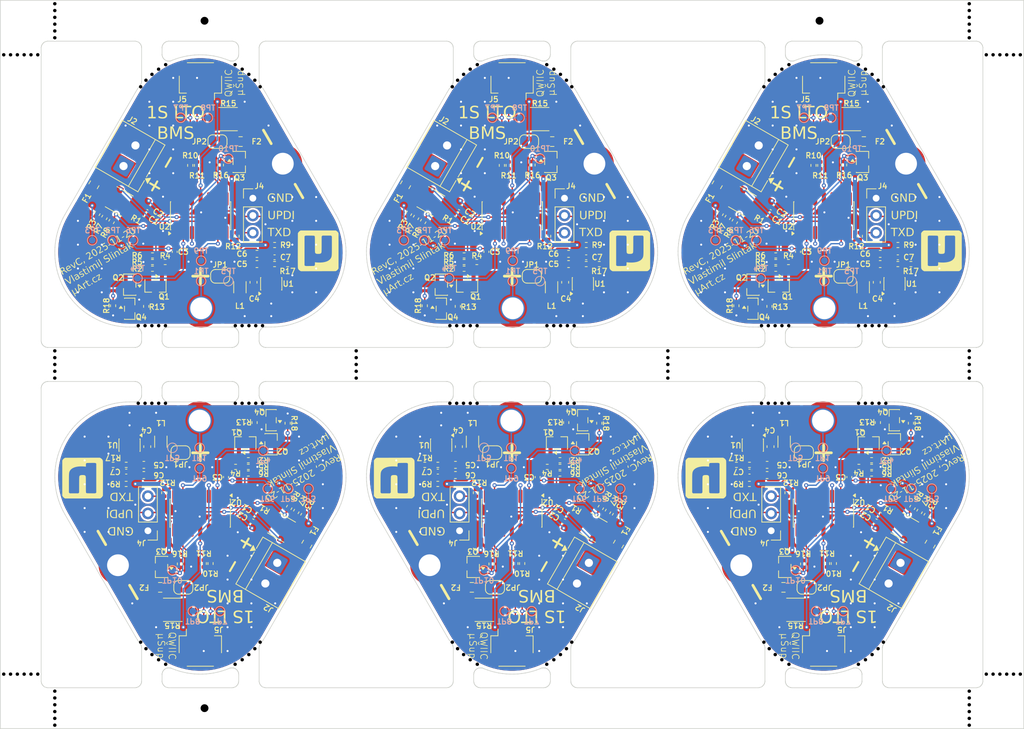
<source format=kicad_pcb>
(kicad_pcb
	(version 20241229)
	(generator "pcbnew")
	(generator_version "9.0")
	(general
		(thickness 1.09)
		(legacy_teardrops no)
	)
	(paper "A4")
	(title_block
		(title "LTO Battery Management System")
		(date "2025-11-20")
		(rev "C")
		(company "µArt.cz")
		(comment 1 "Vlastimil Slinták")
	)
	(layers
		(0 "F.Cu" signal)
		(2 "B.Cu" signal)
		(9 "F.Adhes" user "F.Adhesive")
		(11 "B.Adhes" user "B.Adhesive")
		(13 "F.Paste" user)
		(15 "B.Paste" user)
		(5 "F.SilkS" user "F.Silkscreen")
		(7 "B.SilkS" user "B.Silkscreen")
		(1 "F.Mask" user)
		(3 "B.Mask" user)
		(17 "Dwgs.User" user "User.Drawings")
		(19 "Cmts.User" user "User.Comments")
		(21 "Eco1.User" user "User.Eco1")
		(23 "Eco2.User" user "User.Eco2")
		(25 "Edge.Cuts" user)
		(27 "Margin" user)
		(31 "F.CrtYd" user "F.Courtyard")
		(29 "B.CrtYd" user "B.Courtyard")
		(35 "F.Fab" user)
		(33 "B.Fab" user)
		(39 "User.1" user)
		(41 "User.2" user)
		(43 "User.3" user)
		(45 "User.4" user)
		(47 "User.5" user)
		(49 "User.6" user)
		(51 "User.7" user)
		(53 "User.8" user)
		(55 "User.9" user)
	)
	(setup
		(stackup
			(layer "F.SilkS"
				(type "Top Silk Screen")
			)
			(layer "F.Paste"
				(type "Top Solder Paste")
			)
			(layer "F.Mask"
				(type "Top Solder Mask")
				(thickness 0.01)
			)
			(layer "F.Cu"
				(type "copper")
				(thickness 0.035)
			)
			(layer "dielectric 1"
				(type "core")
				(thickness 1)
				(material "FR4")
				(epsilon_r 4.5)
				(loss_tangent 0.02)
			)
			(layer "B.Cu"
				(type "copper")
				(thickness 0.035)
			)
			(layer "B.Mask"
				(type "Bottom Solder Mask")
				(thickness 0.01)
			)
			(layer "B.Paste"
				(type "Bottom Solder Paste")
			)
			(layer "B.SilkS"
				(type "Bottom Silk Screen")
			)
			(copper_finish "None")
			(dielectric_constraints no)
		)
		(pad_to_mask_clearance 0)
		(allow_soldermask_bridges_in_footprints no)
		(tenting front back)
		(aux_axis_origin 73.323913 20)
		(grid_origin 73.323913 20)
		(pcbplotparams
			(layerselection 0x00000000_00000000_55555555_5755f5ff)
			(plot_on_all_layers_selection 0x00000000_00000000_00000000_00000000)
			(disableapertmacros no)
			(usegerberextensions no)
			(usegerberattributes yes)
			(usegerberadvancedattributes yes)
			(creategerberjobfile yes)
			(dashed_line_dash_ratio 12.000000)
			(dashed_line_gap_ratio 3.000000)
			(svgprecision 4)
			(plotframeref no)
			(mode 1)
			(useauxorigin no)
			(hpglpennumber 1)
			(hpglpenspeed 20)
			(hpglpendiameter 15.000000)
			(pdf_front_fp_property_popups yes)
			(pdf_back_fp_property_popups yes)
			(pdf_metadata yes)
			(pdf_single_document no)
			(dxfpolygonmode yes)
			(dxfimperialunits yes)
			(dxfusepcbnewfont yes)
			(psnegative no)
			(psa4output no)
			(plot_black_and_white yes)
			(sketchpadsonfab no)
			(plotpadnumbers no)
			(hidednponfab no)
			(sketchdnponfab yes)
			(crossoutdnponfab yes)
			(subtractmaskfromsilk no)
			(outputformat 1)
			(mirror no)
			(drillshape 1)
			(scaleselection 1)
			(outputdirectory "")
		)
	)
	(net 0 "")
	(net 1 "Board_0-+BATT")
	(net 2 "Board_0-3V3CUTOFF")
	(net 3 "Board_0-ADC_BATT")
	(net 4 "Board_0-ADC_LN")
	(net 5 "Board_0-ADC_LOAD")
	(net 6 "Board_0-ADC_LP")
	(net 7 "Board_0-ADC_SP")
	(net 8 "Board_0-CUTOFF")
	(net 9 "Board_0-GND")
	(net 10 "Board_0-Net-(J2-Pin_1)")
	(net 11 "Board_0-Net-(J5-Pin_2)")
	(net 12 "Board_0-Net-(J5-Pin_3)")
	(net 13 "Board_0-Net-(J5-Pin_4)")
	(net 14 "Board_0-Net-(JP1-A)")
	(net 15 "Board_0-Net-(JP2-A)")
	(net 16 "Board_0-Net-(Q1-G)")
	(net 17 "Board_0-Net-(Q1-S)")
	(net 18 "Board_0-Net-(Q3-D)")
	(net 19 "Board_0-Net-(Q4-D)")
	(net 20 "Board_0-Net-(U1-SW)")
	(net 21 "Board_0-Net-(U1-V_{FB})")
	(net 22 "Board_0-Net-(U2-PB2)")
	(net 23 "Board_0-Net-(U2-PB3)")
	(net 24 "Board_0-SCL")
	(net 25 "Board_0-SDA")
	(net 26 "Board_0-TXD")
	(net 27 "Board_0-UPDI")
	(net 28 "Board_0-VCC")
	(net 29 "Board_1-+BATT")
	(net 30 "Board_1-3V3CUTOFF")
	(net 31 "Board_1-ADC_BATT")
	(net 32 "Board_1-ADC_LN")
	(net 33 "Board_1-ADC_LOAD")
	(net 34 "Board_1-ADC_LP")
	(net 35 "Board_1-ADC_SP")
	(net 36 "Board_1-CUTOFF")
	(net 37 "Board_1-GND")
	(net 38 "Board_1-Net-(J2-Pin_1)")
	(net 39 "Board_1-Net-(J5-Pin_2)")
	(net 40 "Board_1-Net-(J5-Pin_3)")
	(net 41 "Board_1-Net-(J5-Pin_4)")
	(net 42 "Board_1-Net-(JP1-A)")
	(net 43 "Board_1-Net-(JP2-A)")
	(net 44 "Board_1-Net-(Q1-G)")
	(net 45 "Board_1-Net-(Q1-S)")
	(net 46 "Board_1-Net-(Q3-D)")
	(net 47 "Board_1-Net-(Q4-D)")
	(net 48 "Board_1-Net-(U1-SW)")
	(net 49 "Board_1-Net-(U1-V_{FB})")
	(net 50 "Board_1-Net-(U2-PB2)")
	(net 51 "Board_1-Net-(U2-PB3)")
	(net 52 "Board_1-SCL")
	(net 53 "Board_1-SDA")
	(net 54 "Board_1-TXD")
	(net 55 "Board_1-UPDI")
	(net 56 "Board_1-VCC")
	(net 57 "Board_2-+BATT")
	(net 58 "Board_2-3V3CUTOFF")
	(net 59 "Board_2-ADC_BATT")
	(net 60 "Board_2-ADC_LN")
	(net 61 "Board_2-ADC_LOAD")
	(net 62 "Board_2-ADC_LP")
	(net 63 "Board_2-ADC_SP")
	(net 64 "Board_2-CUTOFF")
	(net 65 "Board_2-GND")
	(net 66 "Board_2-Net-(J2-Pin_1)")
	(net 67 "Board_2-Net-(J5-Pin_2)")
	(net 68 "Board_2-Net-(J5-Pin_3)")
	(net 69 "Board_2-Net-(J5-Pin_4)")
	(net 70 "Board_2-Net-(JP1-A)")
	(net 71 "Board_2-Net-(JP2-A)")
	(net 72 "Board_2-Net-(Q1-G)")
	(net 73 "Board_2-Net-(Q1-S)")
	(net 74 "Board_2-Net-(Q3-D)")
	(net 75 "Board_2-Net-(Q4-D)")
	(net 76 "Board_2-Net-(U1-SW)")
	(net 77 "Board_2-Net-(U1-V_{FB})")
	(net 78 "Board_2-Net-(U2-PB2)")
	(net 79 "Board_2-Net-(U2-PB3)")
	(net 80 "Board_2-SCL")
	(net 81 "Board_2-SDA")
	(net 82 "Board_2-TXD")
	(net 83 "Board_2-UPDI")
	(net 84 "Board_2-VCC")
	(net 85 "Board_3-+BATT")
	(net 86 "Board_3-3V3CUTOFF")
	(net 87 "Board_3-ADC_BATT")
	(net 88 "Board_3-ADC_LN")
	(net 89 "Board_3-ADC_LOAD")
	(net 90 "Board_3-ADC_LP")
	(net 91 "Board_3-ADC_SP")
	(net 92 "Board_3-CUTOFF")
	(net 93 "Board_3-GND")
	(net 94 "Board_3-Net-(J2-Pin_1)")
	(net 95 "Board_3-Net-(J5-Pin_2)")
	(net 96 "Board_3-Net-(J5-Pin_3)")
	(net 97 "Board_3-Net-(J5-Pin_4)")
	(net 98 "Board_3-Net-(JP1-A)")
	(net 99 "Board_3-Net-(JP2-A)")
	(net 100 "Board_3-Net-(Q1-G)")
	(net 101 "Board_3-Net-(Q1-S)")
	(net 102 "Board_3-Net-(Q3-D)")
	(net 103 "Board_3-Net-(Q4-D)")
	(net 104 "Board_3-Net-(U1-SW)")
	(net 105 "Board_3-Net-(U1-V_{FB})")
	(net 106 "Board_3-Net-(U2-PB2)")
	(net 107 "Board_3-Net-(U2-PB3)")
	(net 108 "Board_3-SCL")
	(net 109 "Board_3-SDA")
	(net 110 "Board_3-TXD")
	(net 111 "Board_3-UPDI")
	(net 112 "Board_3-VCC")
	(net 113 "Board_4-+BATT")
	(net 114 "Board_4-3V3CUTOFF")
	(net 115 "Board_4-ADC_BATT")
	(net 116 "Board_4-ADC_LN")
	(net 117 "Board_4-ADC_LOAD")
	(net 118 "Board_4-ADC_LP")
	(net 119 "Board_4-ADC_SP")
	(net 120 "Board_4-CUTOFF")
	(net 121 "Board_4-GND")
	(net 122 "Board_4-Net-(J2-Pin_1)")
	(net 123 "Board_4-Net-(J5-Pin_2)")
	(net 124 "Board_4-Net-(J5-Pin_3)")
	(net 125 "Board_4-Net-(J5-Pin_4)")
	(net 126 "Board_4-Net-(JP1-A)")
	(net 127 "Board_4-Net-(JP2-A)")
	(net 128 "Board_4-Net-(Q1-G)")
	(net 129 "Board_4-Net-(Q1-S)")
	(net 130 "Board_4-Net-(Q3-D)")
	(net 131 "Board_4-Net-(Q4-D)")
	(net 132 "Board_4-Net-(U1-SW)")
	(net 133 "Board_4-Net-(U1-V_{FB})")
	(net 134 "Board_4-Net-(U2-PB2)")
	(net 135 "Board_4-Net-(U2-PB3)")
	(net 136 "Board_4-SCL")
	(net 137 "Board_4-SDA")
	(net 138 "Board_4-TXD")
	(net 139 "Board_4-UPDI")
	(net 140 "Board_4-VCC")
	(net 141 "Board_5-+BATT")
	(net 142 "Board_5-3V3CUTOFF")
	(net 143 "Board_5-ADC_BATT")
	(net 144 "Board_5-ADC_LN")
	(net 145 "Board_5-ADC_LOAD")
	(net 146 "Board_5-ADC_LP")
	(net 147 "Board_5-ADC_SP")
	(net 148 "Board_5-CUTOFF")
	(net 149 "Board_5-GND")
	(net 150 "Board_5-Net-(J2-Pin_1)")
	(net 151 "Board_5-Net-(J5-Pin_2)")
	(net 152 "Board_5-Net-(J5-Pin_3)")
	(net 153 "Board_5-Net-(J5-Pin_4)")
	(net 154 "Board_5-Net-(JP1-A)")
	(net 155 "Board_5-Net-(JP2-A)")
	(net 156 "Board_5-Net-(Q1-G)")
	(net 157 "Board_5-Net-(Q1-S)")
	(net 158 "Board_5-Net-(Q3-D)")
	(net 159 "Board_5-Net-(Q4-D)")
	(net 160 "Board_5-Net-(U1-SW)")
	(net 161 "Board_5-Net-(U1-V_{FB})")
	(net 162 "Board_5-Net-(U2-PB2)")
	(net 163 "Board_5-Net-(U2-PB3)")
	(net 164 "Board_5-SCL")
	(net 165 "Board_5-SDA")
	(net 166 "Board_5-TXD")
	(net 167 "Board_5-UPDI")
	(net 168 "Board_5-VCC")
	(footprint "Capacitor_SMD:C_0603_1608Metric" (layer "F.Cu") (at 140.192301 89.743891))
	(footprint "Resistor_SMD:R_1812_4532Metric" (layer "F.Cu") (at 152.557699 37.448953 180))
	(footprint "NPTH" (layer "F.Cu") (at 103.323913 23))
	(footprint "Resistor_SMD:R_0402_1005Metric" (layer "F.Cu") (at 115.537645 82.123891 90))
	(footprint "NPTH" (layer "F.Cu") (at 202.280646 31.739779))
	(footprint "Resistor_SMD:R_0402_1005Metric" (layer "F.Cu") (at 101.223043 44.248953 -90))
	(footprint "Package_TO_SOT_SMD:SOT-23-3" (layer "F.Cu") (at 155.102301 85.026391 90))
	(footprint "NPTH" (layer "F.Cu") (at 153.600796 29.449817))
	(footprint "NPTH" (layer "F.Cu") (at 74.823913 28))
	(footprint "Resistor_SMD:R_0402_1005Metric" (layer "F.Cu") (at 88.623043 51.898953 -120))
	(footprint "Fuse:Fuse_0805_2012Metric" (layer "F.Cu") (at 200.192355 40.748953 180))
	(footprint "NPTH" (layer "F.Cu") (at 140.504006 31.739827))
	(footprint "Resistor_SMD:R_0402_1005Metric" (layer "F.Cu") (at 180.192355 51.898953 -120))
	(footprint "NPTH" (layer "F.Cu") (at 203.059186 32.69825))
	(footprint "Resistor_SMD:R_0402_1005Metric" (layer "F.Cu") (at 151.507699 44.188953 90))
	(footprint "Package_TO_SOT_SMD:SOT-23-6" (layer "F.Cu") (at 138.092301 85.343891 -90))
	(footprint "NPTH" (layer "F.Cu") (at 107.845821 67.79642))
	(footprint "TerminalBlock_4Ucon:TerminalBlock_4Ucon_1x02_P3.50mm_Horizontal" (layer "F.Cu") (at 159.792301 102.643891 -120))
	(footprint "Resistor_SMD:R_0402_1005Metric" (layer "F.Cu") (at 89.893043 64.868953 -90))
	(footprint "Fuse:Fuse_0805_2012Metric" (layer "F.Cu") (at 164.142301 99.893891 -120))
	(footprint "NPTH" (layer "F.Cu") (at 215.676087 72.496422))
	(footprint "NPTH" (layer "F.Cu") (at 107.84582 79.196426))
	(footprint "NPTH" (layer "F.Cu") (at 95.584867 79.196422))
	(footprint "Package_TO_SOT_SMD:SOT-23-6" (layer "F.Cu") (at 92.307645 85.343891 -90))
	(footprint "NPTH" (layer "F.Cu") (at 201.415133 67.796421))
	(footprint "Jumper:SolderJumper-2_P1.3mm_Bridged_RoundedPad1.0x1.5mm" (layer "F.Cu") (at 105.623043 60.548953 180))
	(footprint "MountingHole:MountingHole_3.2mm_M3_ISO7380_Pad_TopOnly" (layer "F.Cu") (at 160.607699 43.998953 30))
	(footprint "Package_TO_SOT_SMD:SOT-23-3" (layer "F.Cu") (at 200.886957 85.026391 90))
	(footprint "Resistor_SMD:R_0402_1005Metric" (layer "F.Cu") (at 135.452699 52.490626 -120))
	(footprint "Resistor_SMD:R_0402_1005Metric" (layer "F.Cu") (at 179.142355 51.298953 -120))
	(footprint "NPTH" (layer "F.Cu") (at 125.607671 72.496422))
	(footprint "Resistor_SMD:R_0402_1005Metric" (layer "F.Cu") (at 181.466957 88.243891))
	(footprint "NPTH" (layer "F.Cu") (at 200.425584 116.876671))
	(footprint "NPTH" (layer "F.Cu") (at 81.323913 24.5))
	(footprint "Inductor_SMD:L_1206_3216Metric" (layer "F.Cu") (at 154.307699 62.148953 -90))
	(footprint "Resistor_SMD:R_0402_1005Metric" (layer "F.Cu") (at 109.757645 87.563891 180))
	(footprint "Package_TO_SOT_SMD:SOT-23-3" (layer "F.Cu") (at 158.884801 85.218891))
	(footprint "NPTH" (layer "F.Cu") (at 218.176087 28))
	(footprint "Resistor_SMD:R_0402_1005Metric" (layer "F.Cu") (at 109.757645 89.513891))
	(footprint "NPTH" (layer "F.Cu") (at 81.323913 23.5))
	(footprint "Connector_PinHeader_2.54mm:PinHeader_1x03_P2.54mm_Vertical" (layer "F.Cu") (at 156.207699 49.068953))
	(footprint "MountingHole:MountingHole_3.2mm_M3_ISO7380_Pad_TopOnly" (layer "F.Cu") (at 206.392355 43.998953 30))
	(footprint "NPTH" (layer "F.Cu") (at 103.323913 123.992844))
	(footprint "Fuse:Fuse_0805_2012Metric" (layer "F.Cu") (at 108.623043 40.748953 180))
	(footprint "NPTH" (layer "F.Cu") (at 97.584868 67.796417))
	(footprint "NPTH" (layer "F.Cu") (at 139.725468 32.698306))
	(footprint "NPTH" (layer "F.Cu") (at 108.845821 67.79642))
	(footprint "Capacitor_SMD:C_0603_1608Metric" (layer "F.Cu") (at 94.407645 89.743891))
	(footprint "NPTH" (layer "F.Cu") (at 188.154179 67.796417))
	(footprint "LOGO" (layer "F.Cu") (at 85.407645 90.193891 180))
	(footprint "Resistor_SMD:R_1812_4532Metric" (layer "F.Cu") (at 114.638895 97.45579 -30))
	(footprint "Capacitor_SMD:C_0603_1608Metric" (layer "F.Cu") (at 156.807699 58.748953 180))
	(footprint "Capacitor_SMD:C_0402_1005Metric" (layer "F.Cu") (at 113.613043 57.748953 180))
	(footprint "Package_TO_SOT_SMD:SOT-23-3" (layer "F.Cu") (at 92.330543 61.773953 180))
	(footprint "Resistor_SMD:R_0402_1005Metric" (layer "F.Cu") (at 113.613043 58.748953 180))
	(footprint "NPTH" (layer "F.Cu") (at 215.676087 24.5))
	(footprint "Package_TO_SOT_SMD:SOT-23-3"
		(layer "F.Cu")
		(uuid "19c0b6e2-f72e-4f7c-8772-08fa6954a97e")
		(at 183.899855 61.773953 180)
		(descr "SOT, 3 Pin (JEDEC MO-178 inferred 3-pin variant https://www.jedec.org/document_search?search_api_views_fulltext=MO-178), generated with kicad-footprint-generator ipc_gullwing_generator.py")
		(tags "SOT TO_SOT_SMD")
		(property "Reference" "Q2"
			(at 1.7075 1.025 0)
			(unlocked yes)
			(layer "F.SilkS")
			(uuid "9ba1810f-fb33-46c9-83a4-ee8f1281d352")
			(effects
				(font
					(size 0.8 0.8)
					(thickness 0.15)
				)
			)
		)
		(property "Value" "EV3415/SI23333"
			(at 0 2.4 0)
			(unlocked yes)
			(layer "F.Fab")
			(uuid "3604a2c1-8784-4b11-bab9-fe1dc11221fe")
			(effects
				(font
					(size 1 1)
					(thickness 0.15)
				)
			)
		)
		(property "Datasheet" "http://www.aosmd.com/pdfs/datasheet/AO3401A.pdf"
			(at 0 0 180)
			(unlocked yes)
			(layer "F.Fab")
			(hide yes)
			(uuid "42c8e6d7-dad9-4678-aaab-4bb34f166bff")
			(effects
				(font
					(size 1.27 1.27)
					(thickness 0.15)
				)
			)
		)
		(property "Description" "-4.0A Id, -30V Vds, P-Channel MOSFET, SOT-23"
			(at 0 0 180)
			(unlocked yes)
			(layer "F.Fab")
			(hide yes)
			(uuid "0dc3eb4d-69ba-4af6-b237-b24831f2c863")
			(effects
				(font
					(size 1.27 1.27)
					(thickness 0.15)
				)
			)
		)
		(property "LCSC" "C344008"
			(at 0 0 180)
			(unlocked yes)
			(layer "F.Fab")
			(hide yes)
			(uuid "dfad472a-06fd-43c2-a8c4-e3640d738565")
			(effects
				(font
					(size 1 1)
					(thickness 0.15)
				)
			)
		)
		(path "/aadf0c29-6d13-493e-9cf0-75235ddf7066")
		(attr smd)
		(fp_line
			(start 0.91 1.56)
			(end -0.91 1.56)
			(stroke
				(width 0.12)
				(type solid)
			)
			(layer "F.SilkS")
			(uuid "1a7e7881-f7d1-47c5-93a3-a14e3c606cb2")
		)
		(fp_line
			(start 0.91 0.56)
			(end 0.91 1.56)
			(stroke
				(width 0.12)
				(type solid)
			)
			(layer "F.SilkS")
			(uuid "70652293-f55a-4b66-9f4a-bdd51459a1a2")
		)
		(fp_line
			(start 0.91 -1.56)
			(end 0.91 -0.56)
			(stroke
				(width 0.12)
				(type solid)
			)
			(layer "F.SilkS")
			(uuid "623ad1d7-2f6e-482e-b468-fa68c94c8d1f")
		)
		(fp_line
			(start -0.91 1.56)
			(end -0.91 1.51)
			(stroke
				(width 0.12)
				(type solid)
			)
			(layer "F.SilkS")
			(uuid "ad40756a-2208-4a3d-ab39-0d6646c3660d")
		)
		(fp_line
			(start -0.91 0.39)
			(end -0.91 -0.39)
			(stroke
				(width 0.12)
				(type solid)
			)
			(layer "F.SilkS")
			(uuid "b6f8b270-1a11-4bf6-93b4-fc386f32c0d0")
		)
		(fp_line
			(start -0.91 -1.51)
			(end -0.91 -1.56)
			(stroke
				(width 0.12)
				(type solid)
			)
			(layer "F.SilkS")
			(uuid "ccad7b2b-7524-49d5-8729-7b77efe76ad5")
		)
		(fp_line
			(start -0.91 -1.56)
			(end 0.91 -1.56)
			(stroke
				(width 0.12)
				(type solid)
			)
			(layer "F.SilkS")
			(uuid "4812c929-260a-4fd0-9bb5-4f6d39a02c9f")
		)
		(fp_poly
			(pts
				(xy -1.45 -0.38) (xy -1.21 -0.05) (xy -1.69 -0.05)
			)
			(stroke
				(width 0.12)
				(type solid)
			)
			(fill yes)
			(layer "F.SilkS")
			(uuid "b3d2d9d1-581d-4761-861b-c1630f98bbc2")
		)
		(fp_line
			(start 2.05 0.55)
			(end 1.05 0.55)
			(stroke
				(width 0.05)
				(type solid)
			)
			(layer "F.CrtYd")
			(uuid "b8fb54a3-326d-4027-b010-4011197307ec")
		)
		(fp_line
			(start 2.05 -0.55)
			(end 2.05 0.55)
			(stroke
				(width 0.05)
				(type solid)
			)
			(layer "F.CrtYd")
			(uuid "87a55cfa-2b30-4e38-b3fd-983d2d63fefd")
		)
		(fp_line
			(start 1.05 1.7)
			(end -1.05 1.7)
			(stroke
				(width 0.05)
				(type solid)
			)
			(layer "F.CrtYd")
			(uuid "99d25b52-6834-4982-b74a-ae662550a325")
		)
		(fp_line
			(start 1.05 0.55)
			(end 1.05 1.7)
			(stroke
				(width 0.05)
				(type solid)
			)
			(layer "F.CrtYd")
			(uuid "434365ff-4555-4be9-8799-4831d1a8f99c")
		)
		(fp_line
			(start 1.05 -0.55)
			(end 2.05 -0.55)
			(stroke
				(width 0.05)
				(type solid)
			)
			(layer "F.CrtYd")
			(uuid "2a416bdc-1eb1-4ed3-886a-5c2e2fab4114")
		)
		(fp_line
			(start 1.05 -1.7)
			(end 1.05 -0.55)
			(stroke
				(width 0.05)
				(type solid)
			)
			(layer "F.CrtYd")
			(uuid "15527463-1331-4532-b792-794a170d7d3f")
		)
		(fp_line
			(start -1.05 1.7)
			(end -1.05 1.5)
			(stroke
				(width 0.05)
				(type solid)
			)
			(layer "F.CrtYd")
			(uuid "4eddc29c-0519-48a5-9d9a-64727694b46e")
		)
		(fp_line
			(start -1.05 1.5)
			(end -2.05 1.5)
			(stroke
				(width 0.05)
				(type solid)
			)
			(layer "F.CrtYd")
			(uuid "44c8239e-99d8-4070-b5d3-013fd40c32ff")
		)
		(fp_line
			(start -1.05 -1.5)
			(end -1.05 -1.7)
			(stroke
				(width 0.05)
				(type solid)
			)
			(layer "F.CrtYd")
			(uuid "60be3542-0255-4383-8785-0439a8722a7f")
		)
		(fp_line
			(start -1.05 -1.7)
			(end 1.05 -1.7)
			(stroke
				(width 0.05)
				(type solid)
			)
			(layer "F.CrtYd")
			(uuid "50ddea42-920e-4948-9fa6-785ec
... [3601134 chars truncated]
</source>
